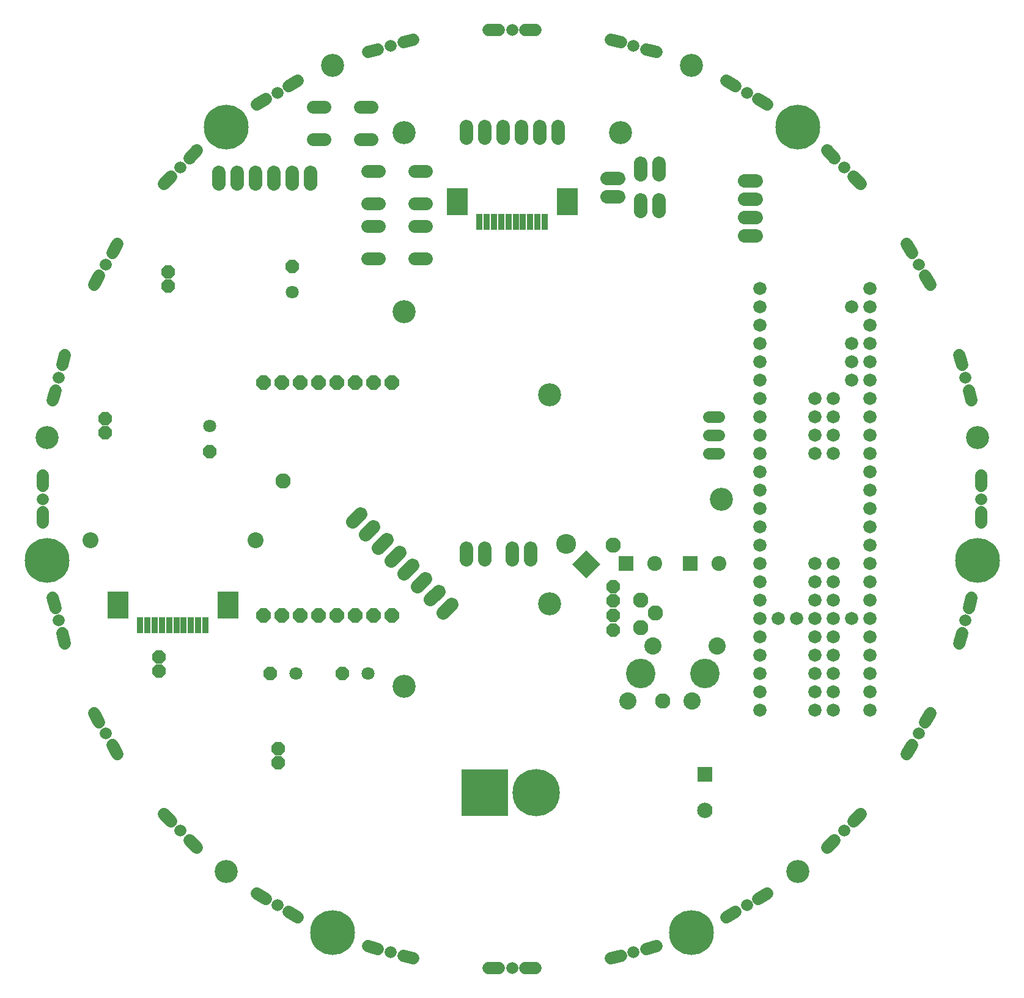
<source format=gbr>
G04 EAGLE Gerber X2 export*
%TF.Part,Single*%
%TF.FileFunction,Soldermask,Bot,1*%
%TF.FilePolarity,Negative*%
%TF.GenerationSoftware,Autodesk,EAGLE,8.6.0*%
%TF.CreationDate,2019-04-04T15:37:23Z*%
G75*
%MOMM*%
%FSLAX34Y34*%
%LPD*%
%AMOC8*
5,1,8,0,0,1.08239X$1,22.5*%
G01*
%ADD10C,3.203200*%
%ADD11C,6.203200*%
%ADD12C,2.203200*%
%ADD13P,2.144431X8X202.500000*%
%ADD14C,1.828800*%
%ADD15C,1.662800*%
%ADD16C,1.662800*%
%ADD17C,1.828800*%
%ADD18C,4.083200*%
%ADD19C,2.387600*%
%ADD20C,2.133600*%
%ADD21R,2.133600X2.133600*%
%ADD22R,2.078200X2.078200*%
%ADD23C,2.063200*%
%ADD24R,6.553200X6.553200*%
%ADD25C,6.553200*%
%ADD26C,1.812800*%
%ADD27R,0.812800X2.209800*%
%ADD28R,2.870200X3.810000*%
%ADD29C,1.612800*%
%ADD30C,1.803400*%
%ADD31P,1.951982X8X112.500000*%
%ADD32P,2.034460X8X112.500000*%
%ADD33P,1.951982X8X292.500000*%
%ADD34P,1.951982X8X202.500000*%
%ADD35R,2.753200X2.753200*%
%ADD36C,2.753200*%
%ADD37C,2.108200*%


D10*
X52070Y144780D03*
X52070Y-144780D03*
X248740Y600520D03*
X-248740Y600520D03*
X-644440Y84840D03*
X-395690Y-515680D03*
X395690Y-515680D03*
X644440Y84840D03*
X-150000Y259810D03*
X290000Y0D03*
X-150000Y-259810D03*
D11*
X-395690Y515680D03*
X-248740Y-600522D03*
X248740Y-600522D03*
X395690Y515680D03*
X644440Y-84842D03*
X-644440Y-84842D03*
D10*
X149860Y508000D03*
X-149860Y508000D03*
D12*
X-584200Y-57150D03*
X-355600Y-57150D03*
D13*
X-166370Y161290D03*
X-191770Y161290D03*
X-217170Y161290D03*
X-242570Y161290D03*
X-267970Y161290D03*
X-293370Y161290D03*
X-318770Y161290D03*
X-344170Y161290D03*
X-166370Y-161290D03*
X-191770Y-161290D03*
X-217170Y-161290D03*
X-242570Y-161290D03*
X-267970Y-161290D03*
X-293370Y-161290D03*
X-318770Y-161290D03*
X-344170Y-161290D03*
D14*
X342900Y292100D03*
X495300Y292100D03*
X495300Y266700D03*
X469900Y266700D03*
X495300Y241300D03*
X495300Y215900D03*
X469900Y215900D03*
X469900Y190500D03*
X469900Y165100D03*
X495300Y165100D03*
X495300Y190500D03*
X495300Y139700D03*
X495300Y114300D03*
X495300Y88900D03*
X495300Y38100D03*
X495300Y-12700D03*
X495300Y12700D03*
X342900Y266700D03*
X342900Y241300D03*
X342900Y215900D03*
X342900Y190500D03*
X342900Y165100D03*
X342900Y139700D03*
X342900Y114300D03*
X342900Y88900D03*
X342900Y63500D03*
X342900Y38100D03*
X342900Y12700D03*
X342900Y-12700D03*
X342900Y-38100D03*
X342900Y-63500D03*
X342900Y-88900D03*
X342900Y-114300D03*
X342900Y-139700D03*
X342900Y-165100D03*
X342900Y-190500D03*
X342900Y-215900D03*
X342900Y-241300D03*
X342900Y-266700D03*
X342900Y-292100D03*
X368300Y-165100D03*
X393700Y-165100D03*
X419100Y-165100D03*
X444500Y-165100D03*
X469900Y-165100D03*
X495300Y-292100D03*
X495300Y-266700D03*
X495300Y-241300D03*
X495300Y-215900D03*
X495300Y-190500D03*
X495300Y-165100D03*
X495300Y-139700D03*
X495300Y-114300D03*
X495300Y-88900D03*
X495300Y-63500D03*
X495300Y-38100D03*
X495300Y63500D03*
X444500Y-215900D03*
X444500Y-190500D03*
X444500Y-241300D03*
X444500Y-292100D03*
X444500Y-266700D03*
X419100Y-292100D03*
X419100Y-266700D03*
X419100Y-215900D03*
X419100Y-190500D03*
X419100Y-241300D03*
X444500Y-139700D03*
X419100Y-139700D03*
X419100Y-114300D03*
X444500Y-114300D03*
X444500Y-88900D03*
X419100Y-88900D03*
X444500Y139700D03*
X419100Y139700D03*
X419100Y114300D03*
X444500Y114300D03*
X444500Y88900D03*
X419100Y88900D03*
X419100Y63500D03*
X444500Y63500D03*
D15*
X0Y650000D03*
D16*
X18102Y650000D02*
X32698Y650000D01*
X-18102Y650000D02*
X-32698Y650000D01*
D15*
X168232Y627852D03*
D16*
X185718Y623167D02*
X199816Y619389D01*
X150747Y632537D02*
X136649Y636315D01*
D15*
X325000Y562917D03*
D16*
X340677Y553866D02*
X353317Y546568D01*
X309323Y571968D02*
X296683Y579266D01*
D15*
X459619Y459619D03*
D16*
X472419Y446819D02*
X482740Y436498D01*
X446819Y472419D02*
X436498Y482740D01*
D15*
X562917Y325000D03*
D16*
X571968Y309323D02*
X579266Y296683D01*
X553866Y340677D02*
X546568Y353317D01*
D15*
X627852Y168232D03*
D16*
X632537Y150747D02*
X636315Y136649D01*
X623167Y185718D02*
X619389Y199816D01*
D15*
X650000Y0D03*
D16*
X650000Y-18102D02*
X650000Y-32698D01*
X650000Y18102D02*
X650000Y32698D01*
D15*
X627852Y-168232D03*
D16*
X623167Y-185718D02*
X619389Y-199816D01*
X632537Y-150747D02*
X636315Y-136649D01*
D15*
X562917Y-325000D03*
D16*
X553866Y-340677D02*
X546568Y-353317D01*
X571968Y-309323D02*
X579266Y-296683D01*
D15*
X459619Y-459619D03*
D16*
X446819Y-472419D02*
X436498Y-482740D01*
X472419Y-446819D02*
X482740Y-436498D01*
D15*
X325000Y-562917D03*
D16*
X309323Y-571968D02*
X296683Y-579266D01*
X340677Y-553866D02*
X353317Y-546568D01*
D15*
X168232Y-627852D03*
D16*
X150747Y-632537D02*
X136649Y-636315D01*
X185718Y-623167D02*
X199816Y-619389D01*
D15*
X0Y-650000D03*
D16*
X-18102Y-650000D02*
X-32698Y-650000D01*
X18102Y-650000D02*
X32698Y-650000D01*
D15*
X-168232Y-627852D03*
D16*
X-185718Y-623167D02*
X-199816Y-619389D01*
X-150747Y-632537D02*
X-136649Y-636315D01*
D15*
X-325000Y-562917D03*
D16*
X-340677Y-553865D02*
X-353317Y-546568D01*
X-309323Y-571968D02*
X-296683Y-579265D01*
D15*
X-459619Y-459619D03*
D16*
X-472419Y-446819D02*
X-482740Y-436498D01*
X-446819Y-472419D02*
X-436498Y-482740D01*
D15*
X-562917Y-325000D03*
D16*
X-571968Y-309323D02*
X-579265Y-296683D01*
X-553865Y-340677D02*
X-546568Y-353317D01*
D15*
X-627852Y-168232D03*
D16*
X-632537Y-150747D02*
X-636315Y-136649D01*
X-623167Y-185718D02*
X-619389Y-199816D01*
D15*
X-650000Y0D03*
D16*
X-650000Y18102D02*
X-650000Y32698D01*
X-650000Y-18102D02*
X-650000Y-32698D01*
D15*
X-627852Y168232D03*
D16*
X-623167Y185718D02*
X-619389Y199816D01*
X-632537Y150747D02*
X-636315Y136649D01*
D15*
X-562917Y325000D03*
D16*
X-553866Y340677D02*
X-546568Y353317D01*
X-571968Y309323D02*
X-579266Y296683D01*
D15*
X-459619Y459619D03*
D16*
X-446819Y472419D02*
X-436498Y482740D01*
X-472419Y446819D02*
X-482740Y436498D01*
D15*
X-325000Y562917D03*
D16*
X-309323Y571968D02*
X-296683Y579265D01*
X-340677Y553865D02*
X-353317Y546568D01*
D15*
X-168232Y627852D03*
D16*
X-150747Y632537D02*
X-136649Y636315D01*
X-185718Y623167D02*
X-199816Y619389D01*
D17*
X-406400Y452628D02*
X-406400Y436372D01*
X-381000Y436372D02*
X-381000Y452628D01*
X-355600Y452628D02*
X-355600Y436372D01*
X-330200Y436372D02*
X-330200Y452628D01*
X-304800Y452628D02*
X-304800Y436372D01*
X-279400Y436372D02*
X-279400Y452628D01*
D18*
X177800Y-241300D03*
D19*
X160500Y-279400D03*
X195100Y-203200D03*
D18*
X266700Y-241300D03*
D19*
X249400Y-279400D03*
X284000Y-203200D03*
D20*
X266700Y-431400D03*
D21*
X266700Y-381400D03*
D22*
X158000Y-88900D03*
D23*
X197600Y-88900D03*
D22*
X246900Y-88900D03*
D23*
X286500Y-88900D03*
D24*
X-38100Y-406400D03*
D25*
X33530Y-406400D03*
D17*
X-63500Y499872D02*
X-63500Y516128D01*
X-38100Y516128D02*
X-38100Y499872D01*
X-12700Y499872D02*
X-12700Y516128D01*
X12700Y516128D02*
X12700Y499872D01*
X38100Y499872D02*
X38100Y516128D01*
X63500Y516128D02*
X63500Y499872D01*
X131572Y444500D02*
X147828Y444500D01*
X147828Y419100D02*
X131572Y419100D01*
X203200Y414528D02*
X203200Y398272D01*
X177800Y398272D02*
X177800Y414528D01*
X203200Y449072D02*
X203200Y465328D01*
X177800Y465328D02*
X177800Y449072D01*
D26*
X-119472Y333100D02*
X-135568Y333100D01*
X-184472Y333100D02*
X-200568Y333100D01*
X-135568Y378100D02*
X-119472Y378100D01*
X-184472Y378100D02*
X-200568Y378100D01*
X-200568Y454300D02*
X-184472Y454300D01*
X-135568Y454300D02*
X-119472Y454300D01*
X-184472Y409300D02*
X-200568Y409300D01*
X-135568Y409300D02*
X-119472Y409300D01*
X-259402Y543200D02*
X-275498Y543200D01*
X-210498Y543200D02*
X-194402Y543200D01*
X-259402Y498200D02*
X-275498Y498200D01*
X-210498Y498200D02*
X-194402Y498200D01*
D27*
X-474917Y-175133D03*
X-484950Y-175133D03*
X-454851Y-175133D03*
X-464884Y-175133D03*
D28*
X-546100Y-147066D03*
X-393700Y-147066D03*
D27*
X-494983Y-175133D03*
X-505016Y-175133D03*
X-515049Y-175133D03*
X-444818Y-175133D03*
X-434785Y-175133D03*
X-424752Y-175133D03*
D17*
X-95286Y-157509D02*
X-83791Y-146014D01*
X-101751Y-128054D02*
X-113246Y-139549D01*
X-131207Y-121588D02*
X-119712Y-110093D01*
X-137672Y-92133D02*
X-149167Y-103628D01*
X-167128Y-85667D02*
X-155633Y-74172D01*
X-173593Y-56212D02*
X-185088Y-67707D01*
X-203049Y-49746D02*
X-191554Y-38251D01*
X-209514Y-20291D02*
X-221009Y-31786D01*
D27*
X-5017Y383667D03*
X-15050Y383667D03*
X15050Y383667D03*
X5017Y383667D03*
D28*
X-76200Y411734D03*
X76200Y411734D03*
D27*
X-25083Y383667D03*
X-35116Y383667D03*
X-45149Y383667D03*
X25083Y383667D03*
X35116Y383667D03*
X45149Y383667D03*
D29*
X272352Y63500D02*
X286448Y63500D01*
X286448Y88900D02*
X272352Y88900D01*
X272352Y114300D02*
X286448Y114300D01*
D17*
X0Y-68072D02*
X0Y-84328D01*
X25400Y-84328D02*
X25400Y-68072D01*
X-63500Y-68072D02*
X-63500Y-84328D01*
X-38100Y-84328D02*
X-38100Y-68072D01*
X322072Y364490D02*
X338328Y364490D01*
X338328Y389890D02*
X322072Y389890D01*
X322072Y415290D02*
X338328Y415290D01*
X338328Y440690D02*
X322072Y440690D01*
D30*
X-304800Y287020D03*
D31*
X-304800Y322580D03*
D32*
X-476250Y294800D03*
X-476250Y314800D03*
D30*
X-419100Y101600D03*
D33*
X-419100Y66040D03*
D32*
X-563880Y91600D03*
X-563880Y111600D03*
D30*
X-199390Y-241300D03*
D34*
X-234950Y-241300D03*
D32*
X-323850Y-365600D03*
X-323850Y-345600D03*
D30*
X-299720Y-241300D03*
D34*
X-335280Y-241300D03*
D32*
X-488950Y-238600D03*
X-488950Y-218600D03*
D35*
G36*
X122369Y-90201D02*
X102901Y-109669D01*
X83433Y-90201D01*
X102901Y-70733D01*
X122369Y-90201D01*
G37*
D36*
X74899Y-62199D03*
D32*
X139700Y-181130D03*
X139700Y-161130D03*
X139700Y-141130D03*
X139700Y-121130D03*
D37*
X208280Y-279400D03*
X177800Y-139700D03*
X177800Y-177800D03*
X198120Y-157480D03*
X139700Y-63500D03*
X-317500Y25400D03*
M02*

</source>
